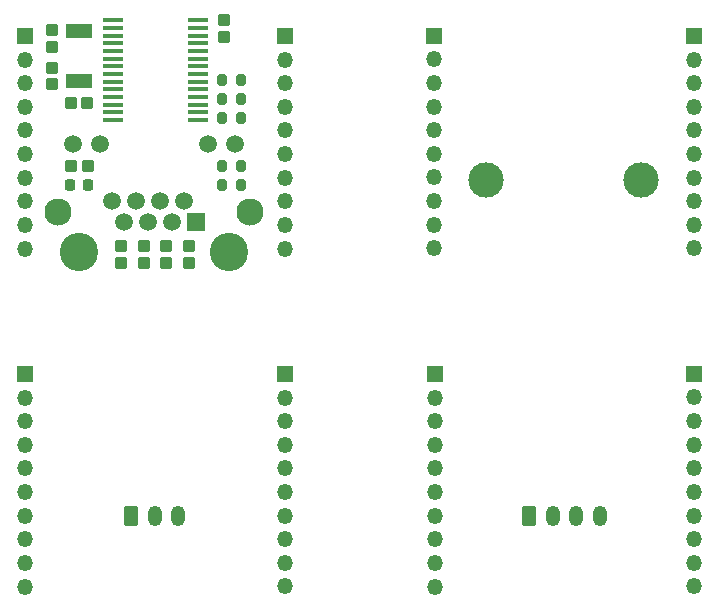
<source format=gbs>
G04 #@! TF.GenerationSoftware,KiCad,Pcbnew,7.0.7*
G04 #@! TF.CreationDate,2023-10-04T22:58:21-06:00*
G04 #@! TF.ProjectId,Modular_Interfaces,4d6f6475-6c61-4725-9f49-6e7465726661,rev?*
G04 #@! TF.SameCoordinates,Original*
G04 #@! TF.FileFunction,Soldermask,Bot*
G04 #@! TF.FilePolarity,Negative*
%FSLAX46Y46*%
G04 Gerber Fmt 4.6, Leading zero omitted, Abs format (unit mm)*
G04 Created by KiCad (PCBNEW 7.0.7) date 2023-10-04 22:58:21*
%MOMM*%
%LPD*%
G01*
G04 APERTURE LIST*
G04 Aperture macros list*
%AMRoundRect*
0 Rectangle with rounded corners*
0 $1 Rounding radius*
0 $2 $3 $4 $5 $6 $7 $8 $9 X,Y pos of 4 corners*
0 Add a 4 corners polygon primitive as box body*
4,1,4,$2,$3,$4,$5,$6,$7,$8,$9,$2,$3,0*
0 Add four circle primitives for the rounded corners*
1,1,$1+$1,$2,$3*
1,1,$1+$1,$4,$5*
1,1,$1+$1,$6,$7*
1,1,$1+$1,$8,$9*
0 Add four rect primitives between the rounded corners*
20,1,$1+$1,$2,$3,$4,$5,0*
20,1,$1+$1,$4,$5,$6,$7,0*
20,1,$1+$1,$6,$7,$8,$9,0*
20,1,$1+$1,$8,$9,$2,$3,0*%
G04 Aperture macros list end*
%ADD10R,1.350000X1.350000*%
%ADD11O,1.350000X1.350000*%
%ADD12C,2.300000*%
%ADD13C,1.500000*%
%ADD14R,1.500000X1.500000*%
%ADD15C,3.250000*%
%ADD16RoundRect,0.250000X-0.350000X-0.625000X0.350000X-0.625000X0.350000X0.625000X-0.350000X0.625000X0*%
%ADD17O,1.200000X1.750000*%
%ADD18C,3.000000*%
%ADD19RoundRect,0.218750X-0.218750X-0.256250X0.218750X-0.256250X0.218750X0.256250X-0.218750X0.256250X0*%
%ADD20R,2.200000X1.300000*%
%ADD21RoundRect,0.250000X-0.275000X0.287500X-0.275000X-0.287500X0.275000X-0.287500X0.275000X0.287500X0*%
%ADD22RoundRect,0.200000X-0.200000X-0.275000X0.200000X-0.275000X0.200000X0.275000X-0.200000X0.275000X0*%
%ADD23RoundRect,0.250000X-0.287500X-0.275000X0.287500X-0.275000X0.287500X0.275000X-0.287500X0.275000X0*%
%ADD24RoundRect,0.250000X0.287500X0.275000X-0.287500X0.275000X-0.287500X-0.275000X0.287500X-0.275000X0*%
%ADD25RoundRect,0.200000X0.200000X0.275000X-0.200000X0.275000X-0.200000X-0.275000X0.200000X-0.275000X0*%
%ADD26RoundRect,0.250000X0.275000X-0.287500X0.275000X0.287500X-0.275000X0.287500X-0.275000X-0.287500X0*%
%ADD27R,1.750000X0.450000*%
G04 APERTURE END LIST*
D10*
X183407291Y-96944118D03*
D11*
X183407291Y-98944118D03*
X183407291Y-100944118D03*
X183407291Y-102944118D03*
X183407291Y-104944118D03*
X183407291Y-106944118D03*
X183407291Y-108944118D03*
X183407291Y-110944118D03*
X183407291Y-112944118D03*
X183407291Y-114944118D03*
X126743500Y-86336780D03*
X126743500Y-84336780D03*
X126743500Y-82336780D03*
X126743500Y-80336780D03*
X126743500Y-78336780D03*
X126743500Y-76336780D03*
X126743500Y-74336780D03*
X126743500Y-72336780D03*
X126743500Y-70336780D03*
D10*
X126743500Y-68336780D03*
D11*
X148743500Y-86336780D03*
X148743500Y-84336780D03*
X148743500Y-82336780D03*
X148743500Y-80336780D03*
X148743500Y-78336780D03*
X148743500Y-76336780D03*
X148743500Y-74336780D03*
X148743500Y-72336780D03*
X148743500Y-70336780D03*
D10*
X148743500Y-68336780D03*
D12*
X129551500Y-83231780D03*
X145811500Y-83231780D03*
D13*
X130821500Y-77521780D03*
X133111500Y-77521780D03*
X142251500Y-77521780D03*
X144541500Y-77521780D03*
X134129500Y-82341780D03*
X135145500Y-84121780D03*
X136161500Y-82341780D03*
X137177500Y-84121780D03*
X138193500Y-82341780D03*
X139209500Y-84121780D03*
X140225500Y-82341780D03*
D14*
X141241500Y-84121780D03*
D15*
X131331500Y-86661780D03*
X144031500Y-86661780D03*
D16*
X169407291Y-108984118D03*
D17*
X171407291Y-108984118D03*
X173407291Y-108984118D03*
X175407291Y-108984118D03*
D10*
X161437291Y-96954118D03*
D11*
X161437291Y-98954118D03*
X161437291Y-100954118D03*
X161437291Y-102954118D03*
X161437291Y-104954118D03*
X161437291Y-106954118D03*
X161437291Y-108954118D03*
X161437291Y-110954118D03*
X161437291Y-112954118D03*
X161437291Y-114954118D03*
X161360800Y-86324480D03*
X161360800Y-84324480D03*
X161360800Y-82324480D03*
X161360800Y-80324480D03*
X161360800Y-78324480D03*
X161360800Y-76324480D03*
X161360800Y-74324480D03*
X161360800Y-72324480D03*
X161360800Y-70324480D03*
D10*
X161360800Y-68324480D03*
X148723491Y-96953118D03*
D11*
X148723491Y-98953118D03*
X148723491Y-100953118D03*
X148723491Y-102953118D03*
X148723491Y-104953118D03*
X148723491Y-106953118D03*
X148723491Y-108953118D03*
X148723491Y-110953118D03*
X148723491Y-112953118D03*
X148723491Y-114953118D03*
D16*
X135713491Y-108983118D03*
D17*
X137713491Y-108983118D03*
X139713491Y-108983118D03*
D11*
X183348200Y-86334880D03*
X183348200Y-84334880D03*
X183348200Y-82334880D03*
X183348200Y-80334880D03*
X183348200Y-78334880D03*
X183348200Y-76334880D03*
X183348200Y-74334880D03*
X183348200Y-72334880D03*
X183348200Y-70334880D03*
D10*
X183348200Y-68334880D03*
D18*
X178920000Y-80550280D03*
X165780000Y-80550280D03*
D10*
X126737291Y-96954118D03*
D11*
X126737291Y-98954118D03*
X126737291Y-100954118D03*
X126737291Y-102954118D03*
X126737291Y-104954118D03*
X126737291Y-106954118D03*
X126737291Y-108954118D03*
X126737291Y-110954118D03*
X126737291Y-112954118D03*
X126737291Y-114954118D03*
D19*
X132081500Y-80995780D03*
X130506500Y-80995780D03*
D20*
X131283500Y-67936780D03*
X131283500Y-72136780D03*
D21*
X140591500Y-87584280D03*
X140591500Y-86159280D03*
D22*
X145046500Y-79341780D03*
X143396500Y-79341780D03*
D21*
X138691500Y-87584280D03*
X138691500Y-86159280D03*
D23*
X132018500Y-74021780D03*
X130593500Y-74021780D03*
D24*
X130604000Y-79341780D03*
X132029000Y-79341780D03*
D25*
X143393500Y-73636780D03*
X145043500Y-73636780D03*
X143386500Y-80991780D03*
X145036500Y-80991780D03*
X143393500Y-72111780D03*
X145043500Y-72111780D03*
D21*
X129051500Y-72446780D03*
X129051500Y-71021780D03*
D26*
X129051500Y-67826780D03*
X129051500Y-69251780D03*
D22*
X145043500Y-75286780D03*
X143393500Y-75286780D03*
D21*
X134891500Y-87584280D03*
X134891500Y-86159280D03*
X143543500Y-68449280D03*
X143543500Y-67024280D03*
X136791500Y-87584280D03*
X136791500Y-86159280D03*
D27*
X134143500Y-67011780D03*
X134143500Y-67661780D03*
X134143500Y-68311780D03*
X134143500Y-68961780D03*
X134143500Y-69611780D03*
X134143500Y-70261780D03*
X134143500Y-70911780D03*
X134143500Y-71561780D03*
X134143500Y-72211780D03*
X134143500Y-72861780D03*
X134143500Y-73511780D03*
X134143500Y-74161780D03*
X134143500Y-74811780D03*
X134143500Y-75461780D03*
X141343500Y-75461780D03*
X141343500Y-74811780D03*
X141343500Y-74161780D03*
X141343500Y-73511780D03*
X141343500Y-72861780D03*
X141343500Y-72211780D03*
X141343500Y-71561780D03*
X141343500Y-70911780D03*
X141343500Y-70261780D03*
X141343500Y-69611780D03*
X141343500Y-68961780D03*
X141343500Y-68311780D03*
X141343500Y-67661780D03*
X141343500Y-67011780D03*
M02*

</source>
